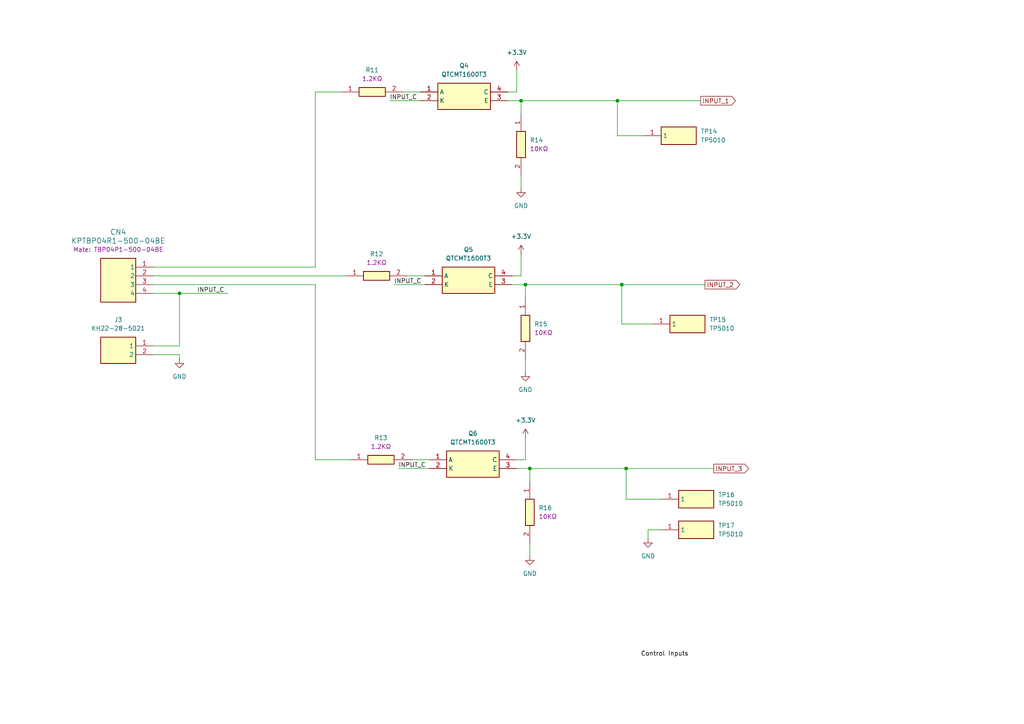
<source format=kicad_sch>
(kicad_sch (version 20250114) (generator "eeschema") (generator_version "9.0")
  (paper "A4")
  (lib_symbols
    (symbol "COMPONENTS:QTCMT1600T3"
      (property "Reference" "Q" (at 21.59 7.62 0))
      (property "Value" "QTCMT1600T3" (at 21.59 5.08 0))
      (symbol "QTCMT1600T3_1_1"
        (rectangle (start 5.08 2.54) (end 20.32 -5.08) (stroke (width 0.254)) (fill (type background)))
        (pin passive line (at 0 0 0) (length 5.08) (name "A") (number "1"))
        (pin passive line (at 0 -2.54 0) (length 5.08) (name "K") (number "2"))
        (pin passive line (at 25.4 0 180) (length 5.08) (name "C") (number "4"))
        (pin passive line (at 25.4 -2.54 180) (length 5.08) (name "E") (number "3"))
      )
    )
    (symbol "COMPONENTS:RC06010K2075AAA" (pin_names (hide yes))
      (property "Reference" "R" (at 5.08 3.048 0))
      (property "Val" "10KΩ" (at 8.89 -2.54 0))
      (symbol "RC06010K2075AAA_1_1"
        (rectangle (start 5.08 1.27) (end 12.7 -1.27) (stroke (width 0.254)) (fill (type background)))
        (pin passive line (at 0 0 0) (length 5.08) (name "1") (number "1"))
        (pin passive line (at 17.78 0 180) (length 5.08) (name "2") (number "2"))
      )
    )
    (symbol "COMPONENTS:RC12101K2200AAC" (pin_names (hide yes))
      (property "Reference" "R" (at 5.08 3.048 0))
      (property "Val" "1.2KΩ" (at 8.89 -2.54 0))
      (symbol "RC12101K2200AAC_1_1"
        (rectangle (start 5.08 1.27) (end 12.7 -1.27) (stroke (width 0.254)) (fill (type background)))
        (pin passive line (at 0 0 0) (length 5.08) (name "1") (number "1"))
        (pin passive line (at 17.78 0 180) (length 5.08) (name "2") (number "2"))
      )
    )
    (symbol "CONNECTORS:KH22-28-5021"
      (property "Reference" "J" (at 16.51 7.62 0))
      (property "Value" "KH22-28-5021" (at 16.51 5.08 0))
      (symbol "KH22-28-5021_1_1"
        (rectangle (start 5.08 2.54) (end 15.24 -5.08) (stroke (width 0.254)) (fill (type background)))
        (pin passive line (at 0 0 0) (length 5.08) (name "1") (number "1"))
        (pin passive line (at 0 -2.54 0) (length 5.08) (name "2") (number "2"))
      )
    )
    (symbol "CONNECTORS:KPTBP04R1-500-04BE" (pin_names (offset 0.254))
      (property "Reference" "CN" (at 8.89 6.35 0))
      (property "Value" "KPTBP04R1-500-04BE" (at 8.382 4.064 0))
      (property "Mate" "TBP04P1-500-04BE" (at 0 0 0) (show_name))
      (symbol "KPTBP04R1-500-04BE_1_1"
        (rectangle (start 5.08 2.54) (end 15.24 -10.16) (stroke (width 0.254)) (fill (type background)))
        (pin unspecified line (at 0 0 0) (length 5.08) (name "1") (number "1"))
        (pin unspecified line (at 0 -2.54 0) (length 5.08) (name "2") (number "2"))
        (pin unspecified line (at 0 -5.08 0) (length 5.08) (name "3") (number "3"))
        (pin unspecified line (at 0 -7.62 0) (length 5.08) (name "4") (number "4"))
      )
      (symbol "KPTBP04R1-500-04BE_1_2"
        (polyline (pts (xy 5.08 2.54) (xy 5.08 -7.62)) (stroke (width 0.127)))
        (polyline (pts (xy 5.08 -7.62) (xy 12.7 -7.62)) (stroke (width 0.127)))
        (polyline (pts (xy 7.62 0) (xy 5.08 0)) (stroke (width 0.127)))
        (polyline (pts (xy 7.62 0) (xy 8.89 0.8467)) (stroke (width 0.127)))
        (polyline (pts (xy 7.62 0) (xy 8.89 -0.8467)) (stroke (width 0.127)))
        (polyline (pts (xy 7.62 -2.54) (xy 5.08 -2.54)) (stroke (width 0.127)))
        (polyline (pts (xy 7.62 -2.54) (xy 8.89 -1.6933)) (stroke (width 0.127)))
        (polyline (pts (xy 7.62 -2.54) (xy 8.89 -3.3867)) (stroke (width 0.127)))
        (polyline (pts (xy 7.62 -5.08) (xy 5.08 -5.08)) (stroke (width 0.127)))
        (polyline (pts (xy 7.62 -5.08) (xy 8.89 -4.2333)) (stroke (width 0.127)))
        (polyline (pts (xy 7.62 -5.08) (xy 8.89 -5.9267)) (stroke (width 0.127)))
        (polyline (pts (xy 12.7 2.54) (xy 5.08 2.54)) (stroke (width 0.127)))
        (polyline (pts (xy 12.7 -7.62) (xy 12.7 2.54)) (stroke (width 0.127)))
        (pin unspecified line (at 0 0 0) (length 5.08) (name "1") (number "1"))
        (pin unspecified line (at 0 -2.54 0) (length 5.08) (name "2") (number "2"))
        (pin unspecified line (at 0 -5.08 0) (length 5.08) (name "3") (number "3"))
      )
    )
    (symbol "CONNECTORS:TP5010"
      (property "Reference" "TP" (at 16.51 7.62 0))
      (property "Value" "TP5010" (at 16.51 5.08 0))
      (symbol "TP5010_1_1"
        (rectangle (start 5.08 2.54) (end 15.24 -2.54) (stroke (width 0.254)) (fill (type background)))
        (pin passive line (at 0 0 0) (length 5.08) (name "1") (number "1"))
      )
    )
    (symbol "power:+3.3V" (power) (pin_numbers (hide yes)) (pin_names (offset 0) (hide yes))
      (property "Value" "+3.3V" (at 0 3.556 0))
      (symbol "+3.3V_0_1"
        (polyline (pts (xy -0.762 1.27) (xy 0 2.54)))
        (polyline (pts (xy 0 2.54) (xy 0.762 1.27)))
        (polyline (pts (xy 0 0) (xy 0 2.54)))
      )
      (symbol "+3.3V_1_1"
        (pin power_in line (at 0 0 90) (length 0) (name "~") (number "1"))
      )
    )
    (symbol "power:GND" (power) (pin_numbers (hide yes)) (pin_names (offset 0) (hide yes))
      (property "Value" "GND" (at 0 -3.81 0))
      (symbol "GND_0_1"
        (polyline (pts (xy 0 0) (xy 0 -1.27) (xy 1.27 -1.27) (xy 0 -2.54) (xy -1.27 -1.27) (xy 0 -1.27)))
      )
      (symbol "GND_1_1"
        (pin power_in line (at 0 0 270) (length 0) (name "~") (number "1"))
      )
    )
  )
  (text "Control Inputs" (exclude_from_sim yes) (at 192.786 189.738 0) (effects (font (size 1.27 1.27))))
  (junction (at 179.07 29.21))
  (junction (at 151.13 29.21))
  (junction (at 181.61 135.89))
  (junction (at 180.34 82.55))
  (junction (at 153.67 135.89))
  (junction (at 152.4 82.55))
  (junction (at 52.07 85.09))
  (wire (pts (xy 148.59 80.01) (xy 151.13 80.01)))
  (wire (pts (xy 44.45 77.47) (xy 91.44 77.47)))
  (wire (pts (xy 115.57 135.89) (xy 124.46 135.89)))
  (wire (pts (xy 149.86 26.67) (xy 149.86 20.32)))
  (wire (pts (xy 113.03 29.21) (xy 121.92 29.21)))
  (wire (pts (xy 189.23 93.98) (xy 180.34 93.98)))
  (wire (pts (xy 114.3 82.55) (xy 123.19 82.55)))
  (wire (pts (xy 153.67 157.48) (xy 153.67 161.29)))
  (wire (pts (xy 152.4 82.55) (xy 180.34 82.55)))
  (wire (pts (xy 153.67 135.89) (xy 181.61 135.89)))
  (wire (pts (xy 179.07 39.37) (xy 179.07 29.21)))
  (wire (pts (xy 152.4 82.55) (xy 152.4 86.36)))
  (wire (pts (xy 181.61 135.89) (xy 207.01 135.89)))
  (wire (pts (xy 91.44 26.67) (xy 99.06 26.67)))
  (wire (pts (xy 44.45 100.33) (xy 52.07 100.33)))
  (wire (pts (xy 180.34 93.98) (xy 180.34 82.55)))
  (wire (pts (xy 52.07 100.33) (xy 52.07 85.09)))
  (wire (pts (xy 181.61 144.78) (xy 181.61 135.89)))
  (wire (pts (xy 151.13 80.01) (xy 151.13 73.66)))
  (wire (pts (xy 179.07 29.21) (xy 203.2 29.21)))
  (wire (pts (xy 153.67 135.89) (xy 153.67 139.7)))
  (wire (pts (xy 91.44 77.47) (xy 91.44 26.67)))
  (wire (pts (xy 191.77 153.67) (xy 187.96 153.67)))
  (wire (pts (xy 151.13 29.21) (xy 179.07 29.21)))
  (wire (pts (xy 44.45 102.87) (xy 52.07 102.87)))
  (wire (pts (xy 44.45 80.01) (xy 100.33 80.01)))
  (wire (pts (xy 52.07 102.87) (xy 52.07 104.14)))
  (wire (pts (xy 149.86 133.35) (xy 152.4 133.35)))
  (wire (pts (xy 180.34 82.55) (xy 204.47 82.55)))
  (wire (pts (xy 186.69 39.37) (xy 179.07 39.37)))
  (wire (pts (xy 152.4 104.14) (xy 152.4 107.95)))
  (wire (pts (xy 44.45 82.55) (xy 91.44 82.55)))
  (wire (pts (xy 44.45 85.09) (xy 52.07 85.09)))
  (wire (pts (xy 149.86 135.89) (xy 153.67 135.89)))
  (wire (pts (xy 151.13 50.8) (xy 151.13 54.61)))
  (wire (pts (xy 91.44 82.55) (xy 91.44 133.35)))
  (wire (pts (xy 148.59 82.55) (xy 152.4 82.55)))
  (wire (pts (xy 191.77 144.78) (xy 181.61 144.78)))
  (wire (pts (xy 52.07 85.09) (xy 66.04 85.09)))
  (wire (pts (xy 116.84 26.67) (xy 121.92 26.67)))
  (wire (pts (xy 147.32 29.21) (xy 151.13 29.21)))
  (wire (pts (xy 119.38 133.35) (xy 124.46 133.35)))
  (wire (pts (xy 91.44 133.35) (xy 101.6 133.35)))
  (wire (pts (xy 187.96 153.67) (xy 187.96 156.21)))
  (wire (pts (xy 147.32 26.67) (xy 149.86 26.67)))
  (wire (pts (xy 118.11 80.01) (xy 123.19 80.01)))
  (wire (pts (xy 152.4 133.35) (xy 152.4 127)))
  (wire (pts (xy 151.13 29.21) (xy 151.13 33.02)))
  (label "INPUT_C" (at 115.57 135.89 0))
  (label "INPUT_C" (at 114.3 82.55 0))
  (label "INPUT_C" (at 57.15 85.09 0))
  (label "INPUT_C" (at 113.03 29.21 0))
  (global_label "INPUT_2" (shape output) (at 204.47 82.55 0) (property "Intersheetrefs" "${INTERSHEET_REFS}" (effects (hide yes))))
  (global_label "INPUT_3" (shape output) (at 207.01 135.89 0) (property "Intersheetrefs" "${INTERSHEET_REFS}" (effects (hide yes))))
  (global_label "INPUT_1" (shape output) (at 203.2 29.21 0) (property "Intersheetrefs" "${INTERSHEET_REFS}" (effects (hide yes))))
  (symbol (lib_id "COMPONENTS:QTCMT1600T3") (at 123.19 80.01 0) (unit 1)
    (property "Reference" "Q5" (at 135.89 72.39 0))
    (property "Value" "QTCMT1600T3" (at 135.89 74.93 0))
    (property "Footprint" "COMPONENTS:TCMT1600T3" (effects (hide yes)))
    (property "Description" "Opto Isolator, NPN Transistor Output, AC Input, 60mA Forward Current, -40°C to 100°C, RoHS" (effects (hide yes)))
    (property "Manufacturer 1" "Vishay Semiconductors" (effects (hide yes)))
    (property "Manufacturer 1 P/N" "TCMT1600T3" (effects (hide yes)))
    (property "Vendor 1a" "Mouser" (effects (hide yes)))
    (property "Vendor 1a P/N" "78-TCMT1600T3" (effects (hide yes)))
    (property "Vendor 1a Cost LV" "0.76" (effects (hide yes)))
    (property "Vendor 1a Cost HV" "0.303" (effects (hide yes)))
  )
  (symbol (lib_id "power:+3.3V") (at 152.4 127 0) (unit 1)
    (property "Reference" "#PWR044" (effects (hide yes)))
    (property "Value" "+3.3V" (at 152.4 121.92 0))
    (property "Description" "Power symbol creates a global label with name \"+3.3V\"" (effects (hide yes)))
  )
  (symbol (lib_id "CONNECTORS:TP5010") (at 189.23 93.98 0) (unit 1)
    (property "Reference" "TP15" (at 205.74 92.7099 0) (effects (justify left)))
    (property "Value" "TP5010" (at 205.74 95.2499 0) (effects (justify left)))
    (property "Footprint" "CONNECTORS:5010" (effects (hide yes)))
    (property "Description" "Test Point, Through Hole" (effects (hide yes)))
    (property "Manufacturer 1" "Keystone" (effects (hide yes)))
    (property "Manufacturer 1 P/N" "5010" (effects (hide yes)))
    (property "Vendor 1a " "Mouser" (effects (hide yes)))
    (property "Vendor 1a P/N" "534-5010" (effects (hide yes)))
    (property "Vendor 1a Cost LV" "0.33" (effects (hide yes)))
    (property "Vendor 1a Cost HV" "0.188" (effects (hide yes)))
  )
  (symbol (lib_id "COMPONENTS:QTCMT1600T3") (at 124.46 133.35 0) (unit 1)
    (property "Reference" "Q6" (at 137.16 125.73 0))
    (property "Value" "QTCMT1600T3" (at 137.16 128.27 0))
    (property "Footprint" "COMPONENTS:TCMT1600T3" (effects (hide yes)))
    (property "Description" "Opto Isolator, NPN Transistor Output, AC Input, 60mA Forward Current, -40°C to 100°C, RoHS" (effects (hide yes)))
    (property "Manufacturer 1" "Vishay Semiconductors" (effects (hide yes)))
    (property "Manufacturer 1 P/N" "TCMT1600T3" (effects (hide yes)))
    (property "Vendor 1a" "Mouser" (effects (hide yes)))
    (property "Vendor 1a P/N" "78-TCMT1600T3" (effects (hide yes)))
    (property "Vendor 1a Cost LV" "0.76" (effects (hide yes)))
    (property "Vendor 1a Cost HV" "0.303" (effects (hide yes)))
  )
  (symbol (lib_id "COMPONENTS:RC12101K2200AAC") (at 101.6 133.35 0) (unit 1)
    (property "Reference" "R13" (at 110.49 127 0))
    (property "Value" "RC12101K2200AAC" (effects (hide yes)))
    (property "Footprint" "COMPONENTS:RES-1210" (effects (hide yes)))
    (property "Description" "Resistor, Chip, 1210, 1.2KΩ, 200V, 5%, -55°C to 155°C, RoHS, AEC-Q200" (effects (hide yes)))
    (property "Manufacturer 1" "Yageo" (effects (hide yes)))
    (property "Manufacturer 1 P/N" "AC1210JR-071K2L" (effects (hide yes)))
    (property "Vendor 1a" "Mouser" (effects (hide yes)))
    (property "Vendor 1a P/N" "603-AC1210JR-071K2L" (effects (hide yes)))
    (property "Vendor 1a Cost LV" "0.12" (effects (hide yes)))
    (property "Vendor 1a Cost HV" "0.041" (effects (hide yes)))
    (property "Val" "1.2KΩ" (at 110.49 129.54 0))
  )
  (symbol (lib_id "COMPONENTS:RC06010K2075AAA") (at 153.67 139.7 270) (unit 1)
    (property "Reference" "R16" (at 156.21 147.3199 90) (effects (justify left)))
    (property "Value" "RC06010K2075AAA" (effects (hide yes)))
    (property "Footprint" "COMPONENTS:RES-0603" (effects (hide yes)))
    (property "Description" "Resistor, Chip, 0603, 10KΩ, 75V, 0.5%, -55°C to 155°C, RoHS, AEC-Q200" (effects (hide yes)))
    (property "Manufacturer 1" "Yageo" (effects (hide yes)))
    (property "Manufacturer 1 P/N" "AC0603DRE0710KL" (effects (hide yes)))
    (property "Vendor 1a" "Mouser" (effects (hide yes)))
    (property "Vendor 1a P/N" "603-AC0603DRE0710KL" (effects (hide yes)))
    (property "Vendor 1a Cost LV" "0.11" (effects (hide yes)))
    (property "Vendor 1a Cost HV" "0.031" (effects (hide yes)))
    (property "Val" "10KΩ" (at 156.21 149.8599 90) (effects (justify left)))
  )
  (symbol (lib_id "power:GND") (at 151.13 54.61 0) (unit 1)
    (property "Reference" "#PWR041" (effects (hide yes)))
    (property "Value" "GND" (at 151.13 59.69 0))
    (property "Description" "Power symbol creates a global label with name \"GND\" , ground" (effects (hide yes)))
  )
  (symbol (lib_id "power:GND") (at 153.67 161.29 0) (unit 1)
    (property "Reference" "#PWR045" (effects (hide yes)))
    (property "Value" "GND" (at 153.67 166.37 0))
    (property "Description" "Power symbol creates a global label with name \"GND\" , ground" (effects (hide yes)))
  )
  (symbol (lib_id "COMPONENTS:RC06010K2075AAA") (at 152.4 86.36 270) (unit 1)
    (property "Reference" "R15" (at 154.94 93.9799 90) (effects (justify left)))
    (property "Value" "RC06010K2075AAA" (effects (hide yes)))
    (property "Footprint" "COMPONENTS:RES-0603" (effects (hide yes)))
    (property "Description" "Resistor, Chip, 0603, 10KΩ, 75V, 0.5%, -55°C to 155°C, RoHS, AEC-Q200" (effects (hide yes)))
    (property "Manufacturer 1" "Yageo" (effects (hide yes)))
    (property "Manufacturer 1 P/N" "AC0603DRE0710KL" (effects (hide yes)))
    (property "Vendor 1a" "Mouser" (effects (hide yes)))
    (property "Vendor 1a P/N" "603-AC0603DRE0710KL" (effects (hide yes)))
    (property "Vendor 1a Cost LV" "0.11" (effects (hide yes)))
    (property "Vendor 1a Cost HV" "0.031" (effects (hide yes)))
    (property "Val" "10KΩ" (at 154.94 96.5199 90) (effects (justify left)))
  )
  (symbol (lib_id "CONNECTORS:KPTBP04R1-500-04BE") (at 44.45 77.47 0) (mirror y) (unit 1)
    (property "Reference" "CN4" (at 34.29 67.31 0) (effects (font (size 1.524 1.524))))
    (property "Value" "KPTBP04R1-500-04BE" (at 34.29 69.85 0) (effects (font (size 1.524 1.524))))
    (property "Footprint" "CONNECTORS:TBP04R1-500-04BE" (effects (hide yes)))
    (property "Description" "Connector, Pluggable, 4 Circuit, 1 Row, Right Angle, Through Hole, 5.0mm Pitch, 300V @ 15A, RoHS, Blue" (effects (hide yes)))
    (property "Manufacturer 1" "Same Sky" (effects (hide yes)))
    (property "Manufacturer 1 P/N" "TBP04R1-500-04BE" (effects (hide yes)))
    (property "Vendor 1a" "Mouser" (effects (hide yes)))
    (property "Vendor 1a P/N" "179-TBP04R1-500-04BE" (effects (hide yes)))
    (property "Vendor 1a Cost LV" "0.62" (effects (hide yes)))
    (property "Vendor 1a Cost HV" "0.246" (effects (hide yes)))
    (property "Mate" "TBP04P1-500-04BE" (at 34.29 72.39 0) (show_name yes))
  )
  (symbol (lib_id "power:+3.3V") (at 149.86 20.32 0) (unit 1)
    (property "Reference" "#PWR040" (effects (hide yes)))
    (property "Value" "+3.3V" (at 149.86 15.24 0))
    (property "Description" "Power symbol creates a global label with name \"+3.3V\"" (effects (hide yes)))
  )
  (symbol (lib_id "CONNECTORS:TP5010") (at 191.77 144.78 0) (unit 1)
    (property "Reference" "TP16" (at 208.28 143.5099 0) (effects (justify left)))
    (property "Value" "TP5010" (at 208.28 146.0499 0) (effects (justify left)))
    (property "Footprint" "CONNECTORS:5010" (effects (hide yes)))
    (property "Description" "Test Point, Through Hole" (effects (hide yes)))
    (property "Manufacturer 1" "Keystone" (effects (hide yes)))
    (property "Manufacturer 1 P/N" "5010" (effects (hide yes)))
    (property "Vendor 1a " "Mouser" (effects (hide yes)))
    (property "Vendor 1a P/N" "534-5010" (effects (hide yes)))
    (property "Vendor 1a Cost LV" "0.33" (effects (hide yes)))
    (property "Vendor 1a Cost HV" "0.188" (effects (hide yes)))
  )
  (symbol (lib_id "CONNECTORS:KH22-28-5021") (at 44.45 100.33 0) (mirror y) (unit 1)
    (property "Reference" "J3" (at 34.29 92.71 0))
    (property "Value" "KH22-28-5021" (at 34.29 95.25 0))
    (property "Footprint" "CONNECTORS:2x1HDR2.54mm" (effects (hide yes)))
    (property "Description" "Connector, Header, 2 Pin, 1 Row, Vertical, Through Hole, 2.54mm Pitch, 8.13mm Post Length, -40°C to 80°C, RoHS" (effects (hide yes)))
    (property "Manufacturer 1" "Molex" (effects (hide yes)))
    (property "Manufacturer 1 P/N" "22-28-5021" (effects (hide yes)))
    (property "Vendor 1a" "Mouser" (effects (hide yes)))
    (property "Vendor 1a P/N" "538-22-28-5021" (effects (hide yes)))
    (property "Vendor 1a Cost LV" "0.10" (effects (hide yes)))
    (property "Vendor 1a Cost HV" "0.071" (effects (hide yes)))
  )
  (symbol (lib_id "power:GND") (at 187.96 156.21 0) (unit 1)
    (property "Reference" "#PWR046" (effects (hide yes)))
    (property "Value" "GND" (at 187.96 161.29 0))
    (property "Description" "Power symbol creates a global label with name \"GND\" , ground" (effects (hide yes)))
  )
  (symbol (lib_id "COMPONENTS:RC12101K2200AAC") (at 100.33 80.01 0) (unit 1)
    (property "Reference" "R12" (at 109.22 73.66 0))
    (property "Value" "RC12101K2200AAC" (effects (hide yes)))
    (property "Footprint" "COMPONENTS:RES-1210" (effects (hide yes)))
    (property "Description" "Resistor, Chip, 1210, 1.2KΩ, 200V, 5%, -55°C to 155°C, RoHS, AEC-Q200" (effects (hide yes)))
    (property "Manufacturer 1" "Yageo" (effects (hide yes)))
    (property "Manufacturer 1 P/N" "AC1210JR-071K2L" (effects (hide yes)))
    (property "Vendor 1a" "Mouser" (effects (hide yes)))
    (property "Vendor 1a P/N" "603-AC1210JR-071K2L" (effects (hide yes)))
    (property "Vendor 1a Cost LV" "0.12" (effects (hide yes)))
    (property "Vendor 1a Cost HV" "0.041" (effects (hide yes)))
    (property "Val" "1.2KΩ" (at 109.22 76.2 0))
  )
  (symbol (lib_id "CONNECTORS:TP5010") (at 186.69 39.37 0) (unit 1)
    (property "Reference" "TP14" (at 203.2 38.0999 0) (effects (justify left)))
    (property "Value" "TP5010" (at 203.2 40.6399 0) (effects (justify left)))
    (property "Footprint" "CONNECTORS:5010" (effects (hide yes)))
    (property "Description" "Test Point, Through Hole" (effects (hide yes)))
    (property "Manufacturer 1" "Keystone" (effects (hide yes)))
    (property "Manufacturer 1 P/N" "5010" (effects (hide yes)))
    (property "Vendor 1a " "Mouser" (effects (hide yes)))
    (property "Vendor 1a P/N" "534-5010" (effects (hide yes)))
    (property "Vendor 1a Cost LV" "0.33" (effects (hide yes)))
    (property "Vendor 1a Cost HV" "0.188" (effects (hide yes)))
  )
  (symbol (lib_id "power:GND") (at 152.4 107.95 0) (unit 1)
    (property "Reference" "#PWR043" (effects (hide yes)))
    (property "Value" "GND" (at 152.4 113.03 0))
    (property "Description" "Power symbol creates a global label with name \"GND\" , ground" (effects (hide yes)))
  )
  (symbol (lib_id "power:+3.3V") (at 151.13 73.66 0) (unit 1)
    (property "Reference" "#PWR042" (effects (hide yes)))
    (property "Value" "+3.3V" (at 151.13 68.58 0))
    (property "Description" "Power symbol creates a global label with name \"+3.3V\"" (effects (hide yes)))
  )
  (symbol (lib_id "power:GND") (at 52.07 104.14 0) (unit 1)
    (property "Reference" "#PWR039" (effects (hide yes)))
    (property "Value" "GND" (at 52.07 109.22 0))
    (property "Description" "Power symbol creates a global label with name \"GND\" , ground" (effects (hide yes)))
  )
  (symbol (lib_id "CONNECTORS:TP5010") (at 191.77 153.67 0) (unit 1)
    (property "Reference" "TP17" (at 208.28 152.3999 0) (effects (justify left)))
    (property "Value" "TP5010" (at 208.28 154.9399 0) (effects (justify left)))
    (property "Footprint" "CONNECTORS:5010" (effects (hide yes)))
    (property "Description" "Test Point, Through Hole" (effects (hide yes)))
    (property "Manufacturer 1" "Keystone" (effects (hide yes)))
    (property "Manufacturer 1 P/N" "5010" (effects (hide yes)))
    (property "Vendor 1a " "Mouser" (effects (hide yes)))
    (property "Vendor 1a P/N" "534-5010" (effects (hide yes)))
    (property "Vendor 1a Cost LV" "0.33" (effects (hide yes)))
    (property "Vendor 1a Cost HV" "0.188" (effects (hide yes)))
  )
  (symbol (lib_id "COMPONENTS:QTCMT1600T3") (at 121.92 26.67 0) (unit 1)
    (property "Reference" "Q4" (at 134.62 19.05 0))
    (property "Value" "QTCMT1600T3" (at 134.62 21.59 0))
    (property "Footprint" "COMPONENTS:TCMT1600T3" (effects (hide yes)))
    (property "Description" "Opto Isolator, NPN Transistor Output, AC Input, 60mA Forward Current, -40°C to 100°C, RoHS" (effects (hide yes)))
    (property "Manufacturer 1" "Vishay Semiconductors" (effects (hide yes)))
    (property "Manufacturer 1 P/N" "TCMT1600T3" (effects (hide yes)))
    (property "Vendor 1a" "Mouser" (effects (hide yes)))
    (property "Vendor 1a P/N" "78-TCMT1600T3" (effects (hide yes)))
    (property "Vendor 1a Cost LV" "0.76" (effects (hide yes)))
    (property "Vendor 1a Cost HV" "0.303" (effects (hide yes)))
  )
  (symbol (lib_id "COMPONENTS:RC12101K2200AAC") (at 99.06 26.67 0) (unit 1)
    (property "Reference" "R11" (at 107.95 20.32 0))
    (property "Value" "RC12101K2200AAC" (effects (hide yes)))
    (property "Footprint" "COMPONENTS:RES-1210" (effects (hide yes)))
    (property "Description" "Resistor, Chip, 1210, 1.2KΩ, 200V, 5%, -55°C to 155°C, RoHS, AEC-Q200" (effects (hide yes)))
    (property "Manufacturer 1" "Yageo" (effects (hide yes)))
    (property "Manufacturer 1 P/N" "AC1210JR-071K2L" (effects (hide yes)))
    (property "Vendor 1a" "Mouser" (effects (hide yes)))
    (property "Vendor 1a P/N" "603-AC1210JR-071K2L" (effects (hide yes)))
    (property "Vendor 1a Cost LV" "0.12" (effects (hide yes)))
    (property "Vendor 1a Cost HV" "0.041" (effects (hide yes)))
    (property "Val" "1.2KΩ" (at 107.95 22.86 0))
  )
  (symbol (lib_id "COMPONENTS:RC06010K2075AAA") (at 151.13 33.02 270) (unit 1)
    (property "Reference" "R14" (at 153.67 40.6399 90) (effects (justify left)))
    (property "Value" "RC06010K2075AAA" (effects (hide yes)))
    (property "Footprint" "COMPONENTS:RES-0603" (effects (hide yes)))
    (property "Description" "Resistor, Chip, 0603, 10KΩ, 75V, 0.5%, -55°C to 155°C, RoHS, AEC-Q200" (effects (hide yes)))
    (property "Manufacturer 1" "Yageo" (effects (hide yes)))
    (property "Manufacturer 1 P/N" "AC0603DRE0710KL" (effects (hide yes)))
    (property "Vendor 1a" "Mouser" (effects (hide yes)))
    (property "Vendor 1a P/N" "603-AC0603DRE0710KL" (effects (hide yes)))
    (property "Vendor 1a Cost LV" "0.11" (effects (hide yes)))
    (property "Vendor 1a Cost HV" "0.031" (effects (hide yes)))
    (property "Val" "10KΩ" (at 153.67 43.1799 90) (effects (justify left)))
  )
)
</source>
